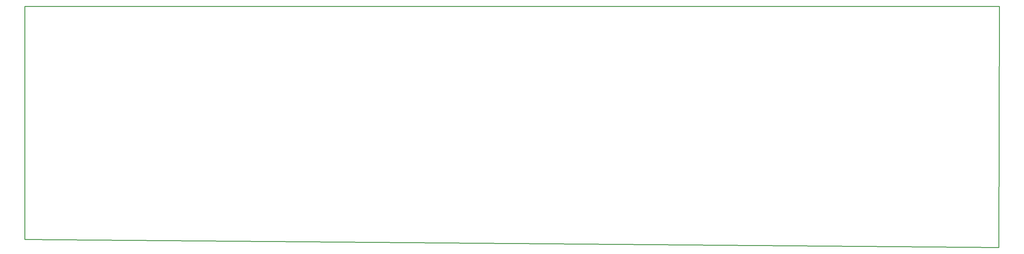
<source format=gko>
G04 Layer: BoardOutlineLayer*
G04 EasyEDA v6.5.43, 2024-07-16 18:23:05*
G04 cb6e2e9fbd21486d88ae5690d2d3dc00,10*
G04 Gerber Generator version 0.2*
G04 Scale: 100 percent, Rotated: No, Reflected: No *
G04 Dimensions in inches *
G04 leading zeros omitted , absolute positions ,3 integer and 6 decimal *
%FSLAX36Y36*%
%MOIN*%

%ADD10C,0.0100*%
D10*
X400000Y2825000D02*
G01*
X400000Y3500000D01*
X11705000Y3500000D01*
X11700000Y700000D01*
X400000Y795000D01*
X400000Y2825000D01*

%LPD*%
M02*

</source>
